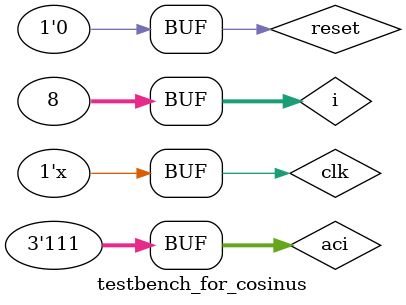
<source format=v>
`timescale 1ns / 1ps

module testbench_for_cosinus();

reg clk;
reg reset;
reg [2:0] aci; // 
wire [17:0]cos_out;

integer i;

CosLookUp uut(clk,reset,aci,cos_out);

always #5 clk=~clk;

initial begin

clk=1;
reset=1;
#50;
reset=0;

for (i=0;i<=7;i=i+1) begin
    aci=i;
    #10;
end

end

endmodule

</source>
